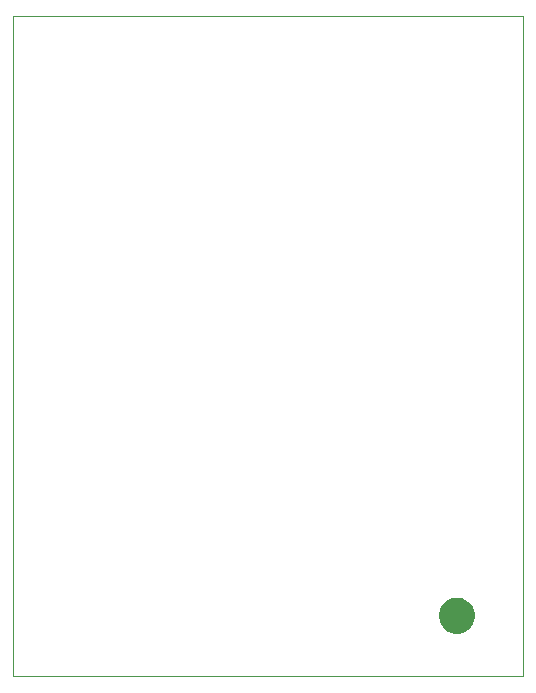
<source format=gbr>
G04 Layer_Color=0*
%FSLAX26Y26*%
%MOIN*%
%TF.FileFunction,Profile,NP*%
%TF.Part,Single*%
G01*
G75*
%TA.AperFunction,Profile*%
%ADD36C,0.001000*%
G36*
X1500000Y142296D02*
X1494091D01*
X1482499Y144602D01*
X1471579Y149125D01*
X1461752Y155691D01*
X1453395Y164048D01*
X1446829Y173875D01*
X1442306Y184794D01*
X1440000Y196386D01*
Y202296D01*
Y208205D01*
X1442306Y219797D01*
X1446829Y230716D01*
X1453395Y240544D01*
X1461752Y248901D01*
X1471579Y255467D01*
X1482499Y259990D01*
X1494091Y262296D01*
X1500000D01*
X1505909D01*
X1517501Y259990D01*
X1528421Y255467D01*
X1538248Y248901D01*
X1546605Y240544D01*
X1553171Y230716D01*
X1557694Y219797D01*
X1560000Y208205D01*
Y202296D01*
Y196386D01*
X1557694Y184794D01*
X1553171Y173875D01*
X1546605Y164048D01*
X1538248Y155691D01*
X1528421Y149125D01*
X1517501Y144602D01*
X1505909Y142296D01*
X1500000D01*
D01*
D02*
G37*
D36*
X20000Y0D02*
X1720000D01*
Y2200000D01*
X20000D01*
Y0D01*
%TF.MD5,18201c38b748729a78f6ea3a73893087*%
M02*

</source>
